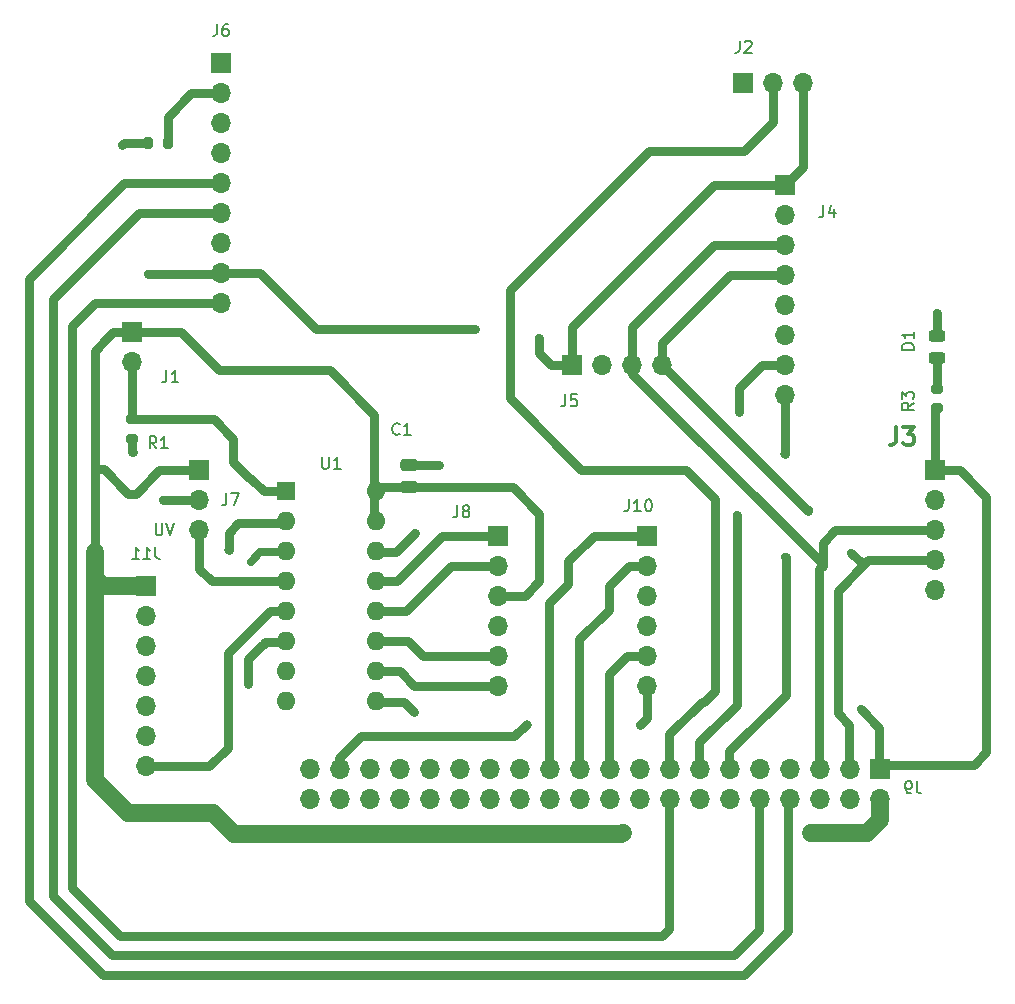
<source format=gbr>
%TF.GenerationSoftware,KiCad,Pcbnew,(6.0.7)*%
%TF.CreationDate,2023-02-22T21:26:53+03:00*%
%TF.ProjectId,Omarichet Sensor Shield 1.3,4f6d6172-6963-4686-9574-2053656e736f,rev?*%
%TF.SameCoordinates,Original*%
%TF.FileFunction,Copper,L1,Top*%
%TF.FilePolarity,Positive*%
%FSLAX46Y46*%
G04 Gerber Fmt 4.6, Leading zero omitted, Abs format (unit mm)*
G04 Created by KiCad (PCBNEW (6.0.7)) date 2023-02-22 21:26:53*
%MOMM*%
%LPD*%
G01*
G04 APERTURE LIST*
G04 Aperture macros list*
%AMRoundRect*
0 Rectangle with rounded corners*
0 $1 Rounding radius*
0 $2 $3 $4 $5 $6 $7 $8 $9 X,Y pos of 4 corners*
0 Add a 4 corners polygon primitive as box body*
4,1,4,$2,$3,$4,$5,$6,$7,$8,$9,$2,$3,0*
0 Add four circle primitives for the rounded corners*
1,1,$1+$1,$2,$3*
1,1,$1+$1,$4,$5*
1,1,$1+$1,$6,$7*
1,1,$1+$1,$8,$9*
0 Add four rect primitives between the rounded corners*
20,1,$1+$1,$2,$3,$4,$5,0*
20,1,$1+$1,$4,$5,$6,$7,0*
20,1,$1+$1,$6,$7,$8,$9,0*
20,1,$1+$1,$8,$9,$2,$3,0*%
G04 Aperture macros list end*
%ADD10C,0.300000*%
%TA.AperFunction,NonConductor*%
%ADD11C,0.300000*%
%TD*%
%ADD12C,0.150000*%
%TA.AperFunction,NonConductor*%
%ADD13C,0.150000*%
%TD*%
%TA.AperFunction,ComponentPad*%
%ADD14R,1.600000X1.600000*%
%TD*%
%TA.AperFunction,ComponentPad*%
%ADD15O,1.600000X1.600000*%
%TD*%
%TA.AperFunction,SMDPad,CuDef*%
%ADD16RoundRect,0.243750X-0.456250X0.243750X-0.456250X-0.243750X0.456250X-0.243750X0.456250X0.243750X0*%
%TD*%
%TA.AperFunction,SMDPad,CuDef*%
%ADD17RoundRect,0.200000X0.200000X0.275000X-0.200000X0.275000X-0.200000X-0.275000X0.200000X-0.275000X0*%
%TD*%
%TA.AperFunction,ComponentPad*%
%ADD18R,1.700000X1.700000*%
%TD*%
%TA.AperFunction,ComponentPad*%
%ADD19O,1.700000X1.700000*%
%TD*%
%TA.AperFunction,SMDPad,CuDef*%
%ADD20RoundRect,0.250000X0.475000X-0.250000X0.475000X0.250000X-0.475000X0.250000X-0.475000X-0.250000X0*%
%TD*%
%TA.AperFunction,SMDPad,CuDef*%
%ADD21RoundRect,0.200000X-0.275000X0.200000X-0.275000X-0.200000X0.275000X-0.200000X0.275000X0.200000X0*%
%TD*%
%TA.AperFunction,SMDPad,CuDef*%
%ADD22RoundRect,0.200000X0.275000X-0.200000X0.275000X0.200000X-0.275000X0.200000X-0.275000X-0.200000X0*%
%TD*%
%TA.AperFunction,ViaPad*%
%ADD23C,0.700000*%
%TD*%
%TA.AperFunction,ViaPad*%
%ADD24C,0.800000*%
%TD*%
%TA.AperFunction,Conductor*%
%ADD25C,0.800000*%
%TD*%
%TA.AperFunction,Conductor*%
%ADD26C,1.500000*%
%TD*%
%TA.AperFunction,Conductor*%
%ADD27C,0.700000*%
%TD*%
G04 APERTURE END LIST*
D10*
D11*
X161044000Y-101032571D02*
X161044000Y-102104000D01*
X160972571Y-102318285D01*
X160829714Y-102461142D01*
X160615428Y-102532571D01*
X160472571Y-102532571D01*
X161615428Y-101032571D02*
X162544000Y-101032571D01*
X162044000Y-101604000D01*
X162258285Y-101604000D01*
X162401142Y-101675428D01*
X162472571Y-101746857D01*
X162544000Y-101889714D01*
X162544000Y-102246857D01*
X162472571Y-102389714D01*
X162401142Y-102461142D01*
X162258285Y-102532571D01*
X161829714Y-102532571D01*
X161686857Y-102461142D01*
X161615428Y-102389714D01*
D12*
D13*
X98315714Y-109180380D02*
X98315714Y-109989904D01*
X98363333Y-110085142D01*
X98410952Y-110132761D01*
X98506190Y-110180380D01*
X98696666Y-110180380D01*
X98791904Y-110132761D01*
X98839523Y-110085142D01*
X98887142Y-109989904D01*
X98887142Y-109180380D01*
X99220476Y-109180380D02*
X99553809Y-110180380D01*
X99887142Y-109180380D01*
D12*
%TO.C,U1*%
D13*
X112404095Y-103563380D02*
X112404095Y-104372904D01*
X112451714Y-104468142D01*
X112499333Y-104515761D01*
X112594571Y-104563380D01*
X112785047Y-104563380D01*
X112880285Y-104515761D01*
X112927904Y-104468142D01*
X112975523Y-104372904D01*
X112975523Y-103563380D01*
X113975523Y-104563380D02*
X113404095Y-104563380D01*
X113689809Y-104563380D02*
X113689809Y-103563380D01*
X113594571Y-103706238D01*
X113499333Y-103801476D01*
X113404095Y-103849095D01*
D12*
%TO.C,D1*%
D13*
X162504380Y-94464095D02*
X161504380Y-94464095D01*
X161504380Y-94226000D01*
X161552000Y-94083142D01*
X161647238Y-93987904D01*
X161742476Y-93940285D01*
X161932952Y-93892666D01*
X162075809Y-93892666D01*
X162266285Y-93940285D01*
X162361523Y-93987904D01*
X162456761Y-94083142D01*
X162504380Y-94226000D01*
X162504380Y-94464095D01*
X162504380Y-92940285D02*
X162504380Y-93511714D01*
X162504380Y-93226000D02*
X161504380Y-93226000D01*
X161647238Y-93321238D01*
X161742476Y-93416476D01*
X161790095Y-93511714D01*
D12*
%TO.C,J7*%
D13*
X104314666Y-106640380D02*
X104314666Y-107354666D01*
X104267047Y-107497523D01*
X104171809Y-107592761D01*
X104028952Y-107640380D01*
X103933714Y-107640380D01*
X104695619Y-106640380D02*
X105362285Y-106640380D01*
X104933714Y-107640380D01*
D12*
%TO.C,C1*%
D13*
X118973333Y-101587142D02*
X118925714Y-101634761D01*
X118782857Y-101682380D01*
X118687619Y-101682380D01*
X118544761Y-101634761D01*
X118449523Y-101539523D01*
X118401904Y-101444285D01*
X118354285Y-101253809D01*
X118354285Y-101110952D01*
X118401904Y-100920476D01*
X118449523Y-100825238D01*
X118544761Y-100730000D01*
X118687619Y-100682380D01*
X118782857Y-100682380D01*
X118925714Y-100730000D01*
X118973333Y-100777619D01*
X119925714Y-101682380D02*
X119354285Y-101682380D01*
X119640000Y-101682380D02*
X119640000Y-100682380D01*
X119544761Y-100825238D01*
X119449523Y-100920476D01*
X119354285Y-100968095D01*
D12*
%TO.C,J1*%
D13*
X99234666Y-96226380D02*
X99234666Y-96940666D01*
X99187047Y-97083523D01*
X99091809Y-97178761D01*
X98948952Y-97226380D01*
X98853714Y-97226380D01*
X100234666Y-97226380D02*
X99663238Y-97226380D01*
X99948952Y-97226380D02*
X99948952Y-96226380D01*
X99853714Y-96369238D01*
X99758476Y-96464476D01*
X99663238Y-96512095D01*
D12*
%TO.C,J5*%
D13*
X133016666Y-98258380D02*
X133016666Y-98972666D01*
X132969047Y-99115523D01*
X132873809Y-99210761D01*
X132730952Y-99258380D01*
X132635714Y-99258380D01*
X133969047Y-98258380D02*
X133492857Y-98258380D01*
X133445238Y-98734571D01*
X133492857Y-98686952D01*
X133588095Y-98639333D01*
X133826190Y-98639333D01*
X133921428Y-98686952D01*
X133969047Y-98734571D01*
X134016666Y-98829809D01*
X134016666Y-99067904D01*
X133969047Y-99163142D01*
X133921428Y-99210761D01*
X133826190Y-99258380D01*
X133588095Y-99258380D01*
X133492857Y-99210761D01*
X133445238Y-99163142D01*
D12*
%TO.C,J4*%
D13*
X154860666Y-82256380D02*
X154860666Y-82970666D01*
X154813047Y-83113523D01*
X154717809Y-83208761D01*
X154574952Y-83256380D01*
X154479714Y-83256380D01*
X155765428Y-82589714D02*
X155765428Y-83256380D01*
X155527333Y-82208761D02*
X155289238Y-82923047D01*
X155908285Y-82923047D01*
D12*
%TO.C,J2*%
D13*
X147771666Y-68307380D02*
X147771666Y-69021666D01*
X147724047Y-69164523D01*
X147628809Y-69259761D01*
X147485952Y-69307380D01*
X147390714Y-69307380D01*
X148200238Y-68402619D02*
X148247857Y-68355000D01*
X148343095Y-68307380D01*
X148581190Y-68307380D01*
X148676428Y-68355000D01*
X148724047Y-68402619D01*
X148771666Y-68497857D01*
X148771666Y-68593095D01*
X148724047Y-68735952D01*
X148152619Y-69307380D01*
X148771666Y-69307380D01*
D12*
%TO.C,J10*%
D13*
X138382476Y-107148380D02*
X138382476Y-107862666D01*
X138334857Y-108005523D01*
X138239619Y-108100761D01*
X138096761Y-108148380D01*
X138001523Y-108148380D01*
X139382476Y-108148380D02*
X138811047Y-108148380D01*
X139096761Y-108148380D02*
X139096761Y-107148380D01*
X139001523Y-107291238D01*
X138906285Y-107386476D01*
X138811047Y-107434095D01*
X140001523Y-107148380D02*
X140096761Y-107148380D01*
X140192000Y-107196000D01*
X140239619Y-107243619D01*
X140287238Y-107338857D01*
X140334857Y-107529333D01*
X140334857Y-107767428D01*
X140287238Y-107957904D01*
X140239619Y-108053142D01*
X140192000Y-108100761D01*
X140096761Y-108148380D01*
X140001523Y-108148380D01*
X139906285Y-108100761D01*
X139858666Y-108053142D01*
X139811047Y-107957904D01*
X139763428Y-107767428D01*
X139763428Y-107529333D01*
X139811047Y-107338857D01*
X139858666Y-107243619D01*
X139906285Y-107196000D01*
X140001523Y-107148380D01*
D12*
%TO.C,J8*%
D13*
X123872666Y-107656380D02*
X123872666Y-108370666D01*
X123825047Y-108513523D01*
X123729809Y-108608761D01*
X123586952Y-108656380D01*
X123491714Y-108656380D01*
X124491714Y-108084952D02*
X124396476Y-108037333D01*
X124348857Y-107989714D01*
X124301238Y-107894476D01*
X124301238Y-107846857D01*
X124348857Y-107751619D01*
X124396476Y-107704000D01*
X124491714Y-107656380D01*
X124682190Y-107656380D01*
X124777428Y-107704000D01*
X124825047Y-107751619D01*
X124872666Y-107846857D01*
X124872666Y-107894476D01*
X124825047Y-107989714D01*
X124777428Y-108037333D01*
X124682190Y-108084952D01*
X124491714Y-108084952D01*
X124396476Y-108132571D01*
X124348857Y-108180190D01*
X124301238Y-108275428D01*
X124301238Y-108465904D01*
X124348857Y-108561142D01*
X124396476Y-108608761D01*
X124491714Y-108656380D01*
X124682190Y-108656380D01*
X124777428Y-108608761D01*
X124825047Y-108561142D01*
X124872666Y-108465904D01*
X124872666Y-108275428D01*
X124825047Y-108180190D01*
X124777428Y-108132571D01*
X124682190Y-108084952D01*
D12*
%TO.C,R1*%
D13*
X98385333Y-102814380D02*
X98052000Y-102338190D01*
X97813904Y-102814380D02*
X97813904Y-101814380D01*
X98194857Y-101814380D01*
X98290095Y-101862000D01*
X98337714Y-101909619D01*
X98385333Y-102004857D01*
X98385333Y-102147714D01*
X98337714Y-102242952D01*
X98290095Y-102290571D01*
X98194857Y-102338190D01*
X97813904Y-102338190D01*
X99337714Y-102814380D02*
X98766285Y-102814380D01*
X99052000Y-102814380D02*
X99052000Y-101814380D01*
X98956761Y-101957238D01*
X98861523Y-102052476D01*
X98766285Y-102100095D01*
D12*
%TO.C,R3*%
D13*
X162504380Y-98972666D02*
X162028190Y-99306000D01*
X162504380Y-99544095D02*
X161504380Y-99544095D01*
X161504380Y-99163142D01*
X161552000Y-99067904D01*
X161599619Y-99020285D01*
X161694857Y-98972666D01*
X161837714Y-98972666D01*
X161932952Y-99020285D01*
X161980571Y-99067904D01*
X162028190Y-99163142D01*
X162028190Y-99544095D01*
X161504380Y-98639333D02*
X161504380Y-98020285D01*
X161885333Y-98353619D01*
X161885333Y-98210761D01*
X161932952Y-98115523D01*
X161980571Y-98067904D01*
X162075809Y-98020285D01*
X162313904Y-98020285D01*
X162409142Y-98067904D01*
X162456761Y-98115523D01*
X162504380Y-98210761D01*
X162504380Y-98496476D01*
X162456761Y-98591714D01*
X162409142Y-98639333D01*
D12*
%TO.C,J6*%
D13*
X103521666Y-66912380D02*
X103521666Y-67626666D01*
X103474047Y-67769523D01*
X103378809Y-67864761D01*
X103235952Y-67912380D01*
X103140714Y-67912380D01*
X104426428Y-66912380D02*
X104235952Y-66912380D01*
X104140714Y-66960000D01*
X104093095Y-67007619D01*
X103997857Y-67150476D01*
X103950238Y-67340952D01*
X103950238Y-67721904D01*
X103997857Y-67817142D01*
X104045476Y-67864761D01*
X104140714Y-67912380D01*
X104331190Y-67912380D01*
X104426428Y-67864761D01*
X104474047Y-67817142D01*
X104521666Y-67721904D01*
X104521666Y-67483809D01*
X104474047Y-67388571D01*
X104426428Y-67340952D01*
X104331190Y-67293333D01*
X104140714Y-67293333D01*
X104045476Y-67340952D01*
X103997857Y-67388571D01*
X103950238Y-67483809D01*
D12*
%TO.C,J11*%
D13*
X98284523Y-111192380D02*
X98284523Y-111906666D01*
X98332142Y-112049523D01*
X98427380Y-112144761D01*
X98570238Y-112192380D01*
X98665476Y-112192380D01*
X97284523Y-112192380D02*
X97855952Y-112192380D01*
X97570238Y-112192380D02*
X97570238Y-111192380D01*
X97665476Y-111335238D01*
X97760714Y-111430476D01*
X97855952Y-111478095D01*
X96332142Y-112192380D02*
X96903571Y-112192380D01*
X96617857Y-112192380D02*
X96617857Y-111192380D01*
X96713095Y-111335238D01*
X96808333Y-111430476D01*
X96903571Y-111478095D01*
D12*
%TO.C,J9*%
D13*
X162773333Y-131024380D02*
X162773333Y-131738666D01*
X162820952Y-131881523D01*
X162916190Y-131976761D01*
X163059047Y-132024380D01*
X163154285Y-132024380D01*
X162249523Y-132024380D02*
X162059047Y-132024380D01*
X161963809Y-131976761D01*
X161916190Y-131929142D01*
X161820952Y-131786285D01*
X161773333Y-131595809D01*
X161773333Y-131214857D01*
X161820952Y-131119619D01*
X161868571Y-131072000D01*
X161963809Y-131024380D01*
X162154285Y-131024380D01*
X162249523Y-131072000D01*
X162297142Y-131119619D01*
X162344761Y-131214857D01*
X162344761Y-131452952D01*
X162297142Y-131548190D01*
X162249523Y-131595809D01*
X162154285Y-131643428D01*
X161963809Y-131643428D01*
X161868571Y-131595809D01*
X161820952Y-131548190D01*
X161773333Y-131452952D01*
%TD*%
D14*
%TO.P,U1,1,CH0*%
%TO.N,CH0*%
X109356000Y-106441000D03*
D15*
%TO.P,U1,2,CH1*%
%TO.N,CH1*%
X109356000Y-108981000D03*
%TO.P,U1,3,CH2*%
%TO.N,CH2*%
X109356000Y-111521000D03*
%TO.P,U1,4,CH3*%
%TO.N,CH3*%
X109356000Y-114061000D03*
%TO.P,U1,5,CH4*%
%TO.N,CH4*%
X109356000Y-116601000D03*
%TO.P,U1,6,CH5*%
%TO.N,CH5*%
X109356000Y-119141000D03*
%TO.P,U1,7,CH6*%
%TO.N,unconnected-(U1-Pad7)*%
X109356000Y-121681000D03*
%TO.P,U1,8,CH7*%
%TO.N,unconnected-(U1-Pad8)*%
X109356000Y-124221000D03*
%TO.P,U1,9,DGND*%
%TO.N,GND*%
X116976000Y-124221000D03*
%TO.P,U1,10,~{CS}/SHDN*%
%TO.N,CS*%
X116976000Y-121681000D03*
%TO.P,U1,11,Din*%
%TO.N,MOSI*%
X116976000Y-119141000D03*
%TO.P,U1,12,Dout*%
%TO.N,MISO*%
X116976000Y-116601000D03*
%TO.P,U1,13,CLK*%
%TO.N,CLK*%
X116976000Y-114061000D03*
%TO.P,U1,14,AGND*%
%TO.N,GND*%
X116976000Y-111521000D03*
%TO.P,U1,15,Vref*%
%TO.N,+5V*%
X116976000Y-108981000D03*
%TO.P,U1,16,Vdd*%
X116976000Y-106441000D03*
%TD*%
D16*
%TO.P,D1,1,K*%
%TO.N,GND*%
X164470000Y-93320000D03*
%TO.P,D1,2,A*%
%TO.N,Net-(D1-Pad2)*%
X164470000Y-95195000D03*
%TD*%
D17*
%TO.P,R2,1*%
%TO.N,/EN*%
X99355000Y-76930000D03*
%TO.P,R2,2*%
%TO.N,+3.3V*%
X97705000Y-76930000D03*
%TD*%
D18*
%TO.P,J7,1,Pin_1*%
%TO.N,+5V*%
X102015000Y-104690000D03*
D19*
%TO.P,J7,2,Pin_2*%
%TO.N,GND*%
X102015000Y-107230000D03*
%TO.P,J7,3,Pin_3*%
%TO.N,CH3*%
X102015000Y-109770000D03*
%TD*%
D20*
%TO.P,C1,1*%
%TO.N,+5V*%
X119750000Y-106120000D03*
%TO.P,C1,2*%
%TO.N,GND*%
X119750000Y-104220000D03*
%TD*%
D18*
%TO.P,J1,1,Pin_1*%
%TO.N,+5V*%
X96360000Y-92970000D03*
D19*
%TO.P,J1,2,Pin_2*%
%TO.N,CH0*%
X96360000Y-95510000D03*
%TD*%
D18*
%TO.P,J5,1,Pin_1*%
%TO.N,+3.3V*%
X133610000Y-95795000D03*
D19*
%TO.P,J5,2,Pin_2*%
%TO.N,GND*%
X136150000Y-95795000D03*
%TO.P,J5,3,Pin_3*%
%TO.N,SCL*%
X138690000Y-95795000D03*
%TO.P,J5,4,Pin_4*%
%TO.N,SDA*%
X141230000Y-95795000D03*
%TD*%
D18*
%TO.P,J4,1,Pin_1*%
%TO.N,+3.3V*%
X151625000Y-80565000D03*
D19*
%TO.P,J4,2,Pin_2*%
%TO.N,GND*%
X151625000Y-83105000D03*
%TO.P,J4,3,Pin_3*%
%TO.N,SCL*%
X151625000Y-85645000D03*
%TO.P,J4,4,Pin_4*%
%TO.N,SDA*%
X151625000Y-88185000D03*
%TO.P,J4,5,Pin_5*%
%TO.N,unconnected-(J4-Pad5)*%
X151625000Y-90725000D03*
%TO.P,J4,6,Pin_6*%
%TO.N,unconnected-(J4-Pad6)*%
X151625000Y-93265000D03*
%TO.P,J4,7,Pin_7*%
%TO.N,ADO*%
X151625000Y-95805000D03*
%TO.P,J4,8,Pin_8*%
%TO.N,INT*%
X151625000Y-98345000D03*
%TD*%
D18*
%TO.P,J2,1,Pin_1*%
%TO.N,GND*%
X148080000Y-71850000D03*
D19*
%TO.P,J2,2,Pin_2*%
%TO.N,DHTOUT*%
X150620000Y-71850000D03*
%TO.P,J2,3,Pin_3*%
%TO.N,+3.3V*%
X153160000Y-71850000D03*
%TD*%
D18*
%TO.P,J10,1,Pin_1*%
%TO.N,TXI_CLK*%
X139925000Y-110205000D03*
D19*
%TO.P,J10,2,Pin_2*%
%TO.N,RXO_MISO*%
X139925000Y-112745000D03*
%TO.P,J10,3,Pin_3*%
%TO.N,+3.3V*%
X139925000Y-115285000D03*
%TO.P,J10,4,Pin_4*%
%TO.N,GND*%
X139925000Y-117825000D03*
%TO.P,J10,5,Pin_5*%
%TO.N,RXO1_MOSI*%
X139925000Y-120365000D03*
%TO.P,J10,6,Pin_6*%
%TO.N,TXI1_CS*%
X139925000Y-122905000D03*
%TD*%
D18*
%TO.P,J3,1,Pin_1*%
%TO.N,+3.3V*%
X164275000Y-104680000D03*
D19*
%TO.P,J3,2,Pin_2*%
%TO.N,GND*%
X164275000Y-107220000D03*
%TO.P,J3,3,Pin_3*%
%TO.N,SCL*%
X164275000Y-109760000D03*
%TO.P,J3,4,Pin_4*%
%TO.N,SDA*%
X164275000Y-112300000D03*
%TO.P,J3,5,Pin_5*%
%TO.N,unconnected-(J3-Pad5)*%
X164275000Y-114840000D03*
%TD*%
D18*
%TO.P,J8,1,Pin_1*%
%TO.N,CLK*%
X127340000Y-110210000D03*
D19*
%TO.P,J8,2,Pin_2*%
%TO.N,MISO*%
X127340000Y-112750000D03*
%TO.P,J8,3,Pin_3*%
%TO.N,+5V*%
X127340000Y-115290000D03*
%TO.P,J8,4,Pin_4*%
%TO.N,GND*%
X127340000Y-117830000D03*
%TO.P,J8,5,Pin_5*%
%TO.N,MOSI*%
X127340000Y-120370000D03*
%TO.P,J8,6,Pin_6*%
%TO.N,CS*%
X127340000Y-122910000D03*
%TD*%
D21*
%TO.P,R1,1*%
%TO.N,CH0*%
X96350000Y-100350000D03*
%TO.P,R1,2*%
%TO.N,GND*%
X96350000Y-102000000D03*
%TD*%
D22*
%TO.P,R3,1*%
%TO.N,+3.3V*%
X164460000Y-99425000D03*
%TO.P,R3,2*%
%TO.N,Net-(D1-Pad2)*%
X164460000Y-97775000D03*
%TD*%
D18*
%TO.P,J6,1,Pin_1*%
%TO.N,unconnected-(J6-Pad1)*%
X103855000Y-70230000D03*
D19*
%TO.P,J6,2,Pin_2*%
%TO.N,/EN*%
X103855000Y-72770000D03*
%TO.P,J6,3,Pin_3*%
%TO.N,unconnected-(J6-Pad3)*%
X103855000Y-75310000D03*
%TO.P,J6,4,Pin_4*%
%TO.N,unconnected-(J6-Pad4)*%
X103855000Y-77850000D03*
%TO.P,J6,5,Pin_5*%
%TO.N,TX*%
X103855000Y-80390000D03*
%TO.P,J6,6,Pin_6*%
%TO.N,RX*%
X103855000Y-82930000D03*
%TO.P,J6,7,Pin_7*%
%TO.N,GND*%
X103855000Y-85470000D03*
%TO.P,J6,8,Pin_8*%
%TO.N,+3.3V*%
X103855000Y-88010000D03*
%TO.P,J6,9,Pin_9*%
%TO.N,PPS*%
X103855000Y-90550000D03*
%TD*%
D18*
%TO.P,J11,1,Pin_1*%
%TO.N,+5V*%
X97475000Y-114510000D03*
D19*
%TO.P,J11,2,Pin_2*%
%TO.N,GND*%
X97475000Y-117050000D03*
%TO.P,J11,3,Pin_3*%
%TO.N,unconnected-(J11-Pad3)*%
X97475000Y-119590000D03*
%TO.P,J11,4,Pin_4*%
%TO.N,CH1*%
X97475000Y-122130000D03*
%TO.P,J11,5,Pin_5*%
%TO.N,CH2*%
X97475000Y-124670000D03*
%TO.P,J11,6,Pin_6*%
%TO.N,CH5*%
X97475000Y-127210000D03*
%TO.P,J11,7,Pin_7*%
%TO.N,CH4*%
X97475000Y-129750000D03*
%TD*%
D18*
%TO.P,J9,1,Pin_1*%
%TO.N,+3.3V*%
X159670000Y-129990000D03*
D19*
%TO.P,J9,2,Pin_2*%
%TO.N,+5V*%
X159670000Y-132530000D03*
%TO.P,J9,3,Pin_3*%
%TO.N,SDA*%
X157130000Y-129990000D03*
%TO.P,J9,4,Pin_4*%
%TO.N,unconnected-(J9-Pad4)*%
X157130000Y-132530000D03*
%TO.P,J9,5,Pin_5*%
%TO.N,SCL*%
X154590000Y-129990000D03*
%TO.P,J9,6,Pin_6*%
%TO.N,GND*%
X154590000Y-132530000D03*
%TO.P,J9,7,Pin_7*%
%TO.N,unconnected-(J9-Pad7)*%
X152050000Y-129990000D03*
%TO.P,J9,8,Pin_8*%
%TO.N,TX*%
X152050000Y-132530000D03*
%TO.P,J9,9,Pin_9*%
%TO.N,GND*%
X149510000Y-129990000D03*
%TO.P,J9,10,Pin_10*%
%TO.N,RX*%
X149510000Y-132530000D03*
%TO.P,J9,11,Pin_11*%
%TO.N,INT*%
X146970000Y-129990000D03*
%TO.P,J9,12,Pin_12*%
%TO.N,unconnected-(J9-Pad12)*%
X146970000Y-132530000D03*
%TO.P,J9,13,Pin_13*%
%TO.N,ADO*%
X144430000Y-129990000D03*
%TO.P,J9,14,Pin_14*%
%TO.N,unconnected-(J9-Pad14)*%
X144430000Y-132530000D03*
%TO.P,J9,15,Pin_15*%
%TO.N,DHTOUT*%
X141890000Y-129990000D03*
%TO.P,J9,16,Pin_16*%
%TO.N,PPS*%
X141890000Y-132530000D03*
%TO.P,J9,17,Pin_17*%
%TO.N,unconnected-(J9-Pad17)*%
X139350000Y-129990000D03*
%TO.P,J9,18,Pin_18*%
%TO.N,unconnected-(J9-Pad18)*%
X139350000Y-132530000D03*
%TO.P,J9,19,Pin_19*%
%TO.N,RXO1_MOSI*%
X136810000Y-129990000D03*
%TO.P,J9,20,Pin_20*%
%TO.N,unconnected-(J9-Pad20)*%
X136810000Y-132530000D03*
%TO.P,J9,21,Pin_21*%
%TO.N,RXO_MISO*%
X134270000Y-129990000D03*
%TO.P,J9,22,Pin_22*%
%TO.N,unconnected-(J9-Pad22)*%
X134270000Y-132530000D03*
%TO.P,J9,23,Pin_23*%
%TO.N,TXI_CLK*%
X131730000Y-129990000D03*
%TO.P,J9,24,Pin_24*%
%TO.N,unconnected-(J9-Pad24)*%
X131730000Y-132530000D03*
%TO.P,J9,25,Pin_25*%
%TO.N,unconnected-(J9-Pad25)*%
X129190000Y-129990000D03*
%TO.P,J9,26,Pin_26*%
%TO.N,unconnected-(J9-Pad26)*%
X129190000Y-132530000D03*
%TO.P,J9,27,Pin_27*%
%TO.N,unconnected-(J9-Pad27)*%
X126650000Y-129990000D03*
%TO.P,J9,28,Pin_28*%
%TO.N,unconnected-(J9-Pad28)*%
X126650000Y-132530000D03*
%TO.P,J9,29,Pin_29*%
%TO.N,OE*%
X124110000Y-129990000D03*
%TO.P,J9,30,Pin_30*%
%TO.N,unconnected-(J9-Pad30)*%
X124110000Y-132530000D03*
%TO.P,J9,31,Pin_31*%
%TO.N,unconnected-(J9-Pad31)*%
X121570000Y-129990000D03*
%TO.P,J9,32,Pin_32*%
%TO.N,unconnected-(J9-Pad32)*%
X121570000Y-132530000D03*
%TO.P,J9,33,Pin_33*%
%TO.N,unconnected-(J9-Pad33)*%
X119030000Y-129990000D03*
%TO.P,J9,34,Pin_34*%
%TO.N,unconnected-(J9-Pad34)*%
X119030000Y-132530000D03*
%TO.P,J9,35,Pin_35*%
%TO.N,unconnected-(J9-Pad35)*%
X116490000Y-129990000D03*
%TO.P,J9,36,Pin_36*%
%TO.N,unconnected-(J9-Pad36)*%
X116490000Y-132530000D03*
%TO.P,J9,37,Pin_37*%
%TO.N,TXI1_CS*%
X113950000Y-129990000D03*
%TO.P,J9,38,Pin_38*%
%TO.N,unconnected-(J9-Pad38)*%
X113950000Y-132530000D03*
%TO.P,J9,39,Pin_39*%
%TO.N,GND*%
X111410000Y-129990000D03*
%TO.P,J9,40,Pin_40*%
%TO.N,unconnected-(J9-Pad40)*%
X111410000Y-132530000D03*
%TD*%
D23*
%TO.N,+5V*%
X153419500Y-135410000D03*
X137880000Y-135380000D03*
%TO.N,GND*%
X98950000Y-107215000D03*
X120170000Y-125110000D03*
X164490000Y-91370000D03*
X120300000Y-109960000D03*
X96370000Y-103110000D03*
X122290000Y-104210000D03*
%TO.N,+3.3V*%
X97690000Y-88100000D03*
X158000000Y-124890000D03*
X95470000Y-77110000D03*
X130750000Y-93520000D03*
X125390000Y-92750000D03*
%TO.N,SDA*%
X157220000Y-111690000D03*
X153600000Y-108080000D03*
%TO.N,ADO*%
X147720000Y-99760000D03*
X147530000Y-108500000D03*
D24*
%TO.N,INT*%
X151630000Y-103260000D03*
D23*
X151640000Y-112050000D03*
D24*
%TO.N,TXI1_CS*%
X129720000Y-126220000D03*
D23*
X139330000Y-126220000D03*
D24*
%TO.N,CH1*%
X104510000Y-111410000D03*
D23*
%TO.N,CH2*%
X106370000Y-112445500D03*
%TO.N,CH5*%
X106130000Y-122750000D03*
%TD*%
D25*
%TO.N,MOSI*%
X119659000Y-119141000D02*
X116976000Y-119141000D01*
X119675000Y-119125000D02*
X119659000Y-119141000D01*
%TO.N,+5V*%
X130800000Y-108350000D02*
X130800000Y-114050000D01*
D26*
X159670000Y-132530000D02*
X159670000Y-134280000D01*
X103170000Y-133690000D02*
X104980000Y-135500000D01*
X137760000Y-135500000D02*
X137880000Y-135380000D01*
X96010000Y-133690000D02*
X103170000Y-133690000D01*
D25*
X93150000Y-110690000D02*
X93150000Y-109980000D01*
X93150000Y-110690000D02*
X93150000Y-110570000D01*
D26*
X93210000Y-113890000D02*
X93210000Y-111570000D01*
X93210000Y-130890000D02*
X96010000Y-133690000D01*
D25*
X93150000Y-111090000D02*
X93150000Y-111570000D01*
X96360000Y-92970000D02*
X100450000Y-92970000D01*
D26*
X159670000Y-134280000D02*
X158550000Y-135400000D01*
D25*
X96630000Y-106650000D02*
X98590000Y-104690000D01*
X98590000Y-104690000D02*
X102015000Y-104690000D01*
X130800000Y-114050000D02*
X129560000Y-115290000D01*
X113050000Y-96220000D02*
X116800000Y-99970000D01*
X95960000Y-106650000D02*
X96630000Y-106650000D01*
X93910000Y-104600000D02*
X95960000Y-106650000D01*
X94210000Y-93490000D02*
X94210000Y-93450000D01*
X93150000Y-109980000D02*
X93150000Y-104600000D01*
X116800000Y-99970000D02*
X116800000Y-106425000D01*
D26*
X93830000Y-114510000D02*
X93210000Y-113890000D01*
D25*
X129560000Y-115290000D02*
X127340000Y-115290000D01*
X100450000Y-92970000D02*
X103700000Y-96220000D01*
X103700000Y-96220000D02*
X113050000Y-96220000D01*
X119750000Y-106120000D02*
X117105000Y-106120000D01*
D26*
X104980000Y-135500000D02*
X137760000Y-135500000D01*
X158550000Y-135400000D02*
X153940000Y-135400000D01*
D25*
X94210000Y-93450000D02*
X94690000Y-92970000D01*
D26*
X153930000Y-135410000D02*
X153820000Y-135410000D01*
D25*
X116800000Y-106425000D02*
X116800000Y-108965000D01*
X93150000Y-104600000D02*
X93910000Y-104600000D01*
D26*
X153940000Y-135400000D02*
X153930000Y-135410000D01*
X97475000Y-114510000D02*
X93830000Y-114510000D01*
D25*
X93150000Y-111090000D02*
X93150000Y-110690000D01*
X117105000Y-106120000D02*
X116800000Y-106425000D01*
X119750000Y-106120000D02*
X128570000Y-106120000D01*
X93150000Y-104600000D02*
X93150000Y-94550000D01*
X128570000Y-106120000D02*
X130800000Y-108350000D01*
X94690000Y-92970000D02*
X96360000Y-92970000D01*
X93150000Y-94550000D02*
X94210000Y-93490000D01*
D26*
X93210000Y-113890000D02*
X93210000Y-130890000D01*
D25*
%TO.N,GND*%
X98965000Y-107230000D02*
X98950000Y-107215000D01*
X102015000Y-107230000D02*
X98965000Y-107230000D01*
X117190000Y-111620000D02*
X118640000Y-111620000D01*
X164470000Y-93320000D02*
X164470000Y-91390000D01*
X118640000Y-111620000D02*
X120300000Y-109960000D01*
X122280000Y-104220000D02*
X119750000Y-104220000D01*
X122290000Y-104210000D02*
X122280000Y-104220000D01*
X96350000Y-103090000D02*
X96370000Y-103110000D01*
X117190000Y-124320000D02*
X119380000Y-124320000D01*
X119380000Y-124320000D02*
X120170000Y-125110000D01*
X164470000Y-91390000D02*
X164490000Y-91370000D01*
X96350000Y-102000000D02*
X96350000Y-103090000D01*
%TO.N,CH0*%
X107455000Y-106425000D02*
X109180000Y-106425000D01*
X106320000Y-105290000D02*
X107455000Y-106425000D01*
X104890000Y-102020000D02*
X104890000Y-103960000D01*
X104890000Y-103960000D02*
X106220000Y-105290000D01*
X96350000Y-100350000D02*
X103220000Y-100350000D01*
X96300000Y-95570000D02*
X96300000Y-100330000D01*
X103220000Y-100350000D02*
X104890000Y-102020000D01*
X106220000Y-105290000D02*
X106320000Y-105290000D01*
X96360000Y-95510000D02*
X96300000Y-95570000D01*
%TO.N,DHTOUT*%
X148160000Y-77610000D02*
X150620000Y-75150000D01*
X145650000Y-123400000D02*
X145650000Y-107090000D01*
X128290000Y-89440000D02*
X140120000Y-77610000D01*
X141810000Y-129590000D02*
X141810000Y-127030000D01*
X140120000Y-77610000D02*
X148160000Y-77610000D01*
X134340000Y-104630000D02*
X128290000Y-98580000D01*
X144750000Y-124300000D02*
X145650000Y-123400000D01*
X144540000Y-124300000D02*
X144750000Y-124300000D01*
X150620000Y-75150000D02*
X150620000Y-71850000D01*
X141810000Y-127030000D02*
X144540000Y-124300000D01*
X145650000Y-107090000D02*
X143190000Y-104630000D01*
X128290000Y-98580000D02*
X128290000Y-89440000D01*
X143190000Y-104630000D02*
X134340000Y-104630000D01*
%TO.N,+3.3V*%
X164275000Y-104680000D02*
X164275000Y-99610000D01*
X168660000Y-106950000D02*
X168660000Y-128570000D01*
X159590000Y-126480000D02*
X158000000Y-124890000D01*
X130750000Y-94780000D02*
X131765000Y-95795000D01*
X164275000Y-99610000D02*
X164460000Y-99425000D01*
X131765000Y-95795000D02*
X133610000Y-95795000D01*
X159590000Y-129590000D02*
X159590000Y-126480000D01*
X145575000Y-80565000D02*
X133610000Y-92530000D01*
X95650000Y-76930000D02*
X95470000Y-77110000D01*
X103765000Y-88100000D02*
X103855000Y-88010000D01*
X133610000Y-92530000D02*
X133610000Y-95795000D01*
X168660000Y-128570000D02*
X167580000Y-129650000D01*
X153160000Y-71850000D02*
X153160000Y-79030000D01*
X97705000Y-76930000D02*
X95650000Y-76930000D01*
X165210000Y-129590000D02*
X165270000Y-129650000D01*
X107150000Y-88010000D02*
X103855000Y-88010000D01*
X167580000Y-129650000D02*
X165270000Y-129650000D01*
X97690000Y-88100000D02*
X103765000Y-88100000D01*
X164275000Y-104680000D02*
X166390000Y-104680000D01*
X166390000Y-104680000D02*
X168660000Y-106950000D01*
X130750000Y-93520000D02*
X130750000Y-94780000D01*
X111890000Y-92750000D02*
X107150000Y-88010000D01*
X153160000Y-79030000D02*
X151625000Y-80565000D01*
X151625000Y-80565000D02*
X145575000Y-80565000D01*
X159590000Y-129590000D02*
X165210000Y-129590000D01*
X125390000Y-92750000D02*
X111890000Y-92750000D01*
%TO.N,SCL*%
X154790000Y-110820000D02*
X155870000Y-109740000D01*
X154510000Y-113070000D02*
X154510000Y-129590000D01*
X154790000Y-112790000D02*
X154510000Y-113070000D01*
X145615000Y-85645000D02*
X138690000Y-92570000D01*
X138690000Y-92570000D02*
X138690000Y-95795000D01*
X155890000Y-109760000D02*
X164275000Y-109760000D01*
X151625000Y-85645000D02*
X145615000Y-85645000D01*
X155870000Y-109740000D02*
X155890000Y-109760000D01*
X154790000Y-110820000D02*
X154790000Y-112790000D01*
X138690000Y-96497258D02*
X154675000Y-112482258D01*
X138690000Y-95795000D02*
X138690000Y-96497258D01*
%TO.N,SDA*%
X158670000Y-112300000D02*
X158400000Y-112570000D01*
X158400000Y-112570000D02*
X158100000Y-112570000D01*
X141230000Y-93900000D02*
X141230000Y-95795000D01*
X153525000Y-108090000D02*
X141230000Y-95795000D01*
X157050000Y-129590000D02*
X157050000Y-126202742D01*
X156110000Y-125262742D02*
X156110000Y-114860000D01*
X158400000Y-112570000D02*
X156110000Y-114860000D01*
X157050000Y-126202742D02*
X156110000Y-125262742D01*
X146945000Y-88185000D02*
X141230000Y-93900000D01*
X151625000Y-88185000D02*
X146945000Y-88185000D01*
X164275000Y-112300000D02*
X158670000Y-112300000D01*
X158100000Y-112570000D02*
X157220000Y-111690000D01*
%TO.N,ADO*%
X147530000Y-124510000D02*
X147530000Y-124150000D01*
X147530000Y-108500000D02*
X147530000Y-124150000D01*
X144350000Y-127690000D02*
X147530000Y-124510000D01*
X147720000Y-97720000D02*
X147720000Y-99760000D01*
X151625000Y-95805000D02*
X149635000Y-95805000D01*
X144350000Y-129590000D02*
X144350000Y-127690000D01*
X149635000Y-95805000D02*
X147720000Y-97720000D01*
%TO.N,INT*%
X151625000Y-103255000D02*
X151625000Y-98345000D01*
X151640000Y-112050000D02*
X151650000Y-112060000D01*
X151630000Y-103260000D02*
X151625000Y-103255000D01*
X151650000Y-123720000D02*
X146890000Y-128480000D01*
X151650000Y-112060000D02*
X151650000Y-123720000D01*
X146890000Y-128480000D02*
X146890000Y-129590000D01*
%TO.N,TX*%
X103855000Y-80390000D02*
X95660000Y-80390000D01*
X95660000Y-80390000D02*
X87590000Y-88460000D01*
X151870000Y-143710000D02*
X148140000Y-147440000D01*
X87590000Y-141180000D02*
X93850000Y-147440000D01*
X87590000Y-88460000D02*
X87590000Y-141180000D01*
X151870000Y-132230000D02*
X151870000Y-143710000D01*
X148140000Y-147440000D02*
X147740000Y-147440000D01*
X93850000Y-147440000D02*
X147740000Y-147440000D01*
%TO.N,RX*%
X103855000Y-82930000D02*
X96930000Y-82930000D01*
X149440000Y-132140000D02*
X149440000Y-143570000D01*
X96930000Y-82930000D02*
X89660000Y-90200000D01*
X147316371Y-145693629D02*
X94614441Y-145693629D01*
X89660000Y-90200000D02*
X89660000Y-90490000D01*
X89660000Y-140739188D02*
X89660000Y-90490000D01*
X149440000Y-143570000D02*
X147316371Y-145693629D01*
X94614441Y-145693629D02*
X89660000Y-140739188D01*
%TO.N,PPS*%
X141810000Y-132130000D02*
X141810000Y-143510000D01*
X103855000Y-90550000D02*
X93150000Y-90550000D01*
X91260000Y-140076446D02*
X95266777Y-144083223D01*
X91260000Y-140060000D02*
X91260000Y-140076446D01*
X95277183Y-144093629D02*
X141226371Y-144093629D01*
X93150000Y-90550000D02*
X91260000Y-92440000D01*
X91260000Y-92440000D02*
X91260000Y-140060000D01*
X95266777Y-144083223D02*
X95277183Y-144093629D01*
X141810000Y-143510000D02*
X141226371Y-144093629D01*
%TO.N,CH3*%
X105545000Y-114045000D02*
X109180000Y-114045000D01*
X102015000Y-113005000D02*
X102015000Y-109770000D01*
X103100000Y-114090000D02*
X102015000Y-113005000D01*
X105545000Y-114045000D02*
X105500000Y-114090000D01*
X105500000Y-114090000D02*
X103100000Y-114090000D01*
%TO.N,CLK*%
X122570000Y-110210000D02*
X127340000Y-110210000D01*
X116800000Y-114045000D02*
X118735000Y-114045000D01*
X118735000Y-114045000D02*
X122570000Y-110210000D01*
%TO.N,MISO*%
X123330000Y-112750000D02*
X127340000Y-112750000D01*
X119495000Y-116585000D02*
X123330000Y-112750000D01*
X116800000Y-116585000D02*
X119495000Y-116585000D01*
%TO.N,MOSI*%
X119675000Y-119125000D02*
X120920000Y-120370000D01*
X120920000Y-120370000D02*
X127340000Y-120370000D01*
%TO.N,CS*%
X118975000Y-121665000D02*
X120220000Y-122910000D01*
X116800000Y-121665000D02*
X118975000Y-121665000D01*
X120220000Y-122910000D02*
X127340000Y-122910000D01*
%TO.N,RXO1_MOSI*%
X139925000Y-120365000D02*
X138265000Y-120365000D01*
X136730000Y-121900000D02*
X136730000Y-129590000D01*
X138265000Y-120365000D02*
X136730000Y-121900000D01*
%TO.N,RXO_MISO*%
X138385000Y-112745000D02*
X136690000Y-114440000D01*
X136690000Y-116500000D02*
X134190000Y-119000000D01*
X136690000Y-114440000D02*
X136690000Y-116500000D01*
X139925000Y-112745000D02*
X138385000Y-112745000D01*
X134190000Y-119000000D02*
X134190000Y-129590000D01*
%TO.N,TXI_CLK*%
X131650000Y-115930000D02*
X131650000Y-129590000D01*
X139925000Y-110205000D02*
X135445000Y-110205000D01*
X133260000Y-114320000D02*
X131650000Y-115930000D01*
X133260000Y-112390000D02*
X133260000Y-114320000D01*
X135445000Y-110205000D02*
X133260000Y-112390000D01*
%TO.N,TXI1_CS*%
X139925000Y-125625000D02*
X139330000Y-126220000D01*
X115680000Y-127210000D02*
X128660000Y-127210000D01*
X139925000Y-122905000D02*
X139925000Y-125625000D01*
X128660000Y-127210000D02*
X129650000Y-126220000D01*
X113870000Y-129590000D02*
X113870000Y-129020000D01*
X113870000Y-129020000D02*
X115680000Y-127210000D01*
%TO.N,CH1*%
X104510000Y-111410000D02*
X104510000Y-109950000D01*
X105300000Y-109160000D02*
X108960000Y-109160000D01*
X104510000Y-109950000D02*
X105300000Y-109160000D01*
D27*
%TO.N,CH2*%
X109570000Y-111620000D02*
X107195500Y-111620000D01*
X107195500Y-111620000D02*
X106370000Y-112445500D01*
D25*
%TO.N,/EN*%
X101310000Y-72770000D02*
X99355000Y-74725000D01*
X103855000Y-72770000D02*
X101310000Y-72770000D01*
X99355000Y-74725000D02*
X99355000Y-76930000D01*
%TO.N,Net-(D1-Pad2)*%
X164460000Y-95205000D02*
X164470000Y-95195000D01*
X164460000Y-97775000D02*
X164460000Y-95205000D01*
%TO.N,CH4*%
X102830000Y-129750000D02*
X104420000Y-128160000D01*
X107975000Y-116585000D02*
X109180000Y-116585000D01*
X104420000Y-120140000D02*
X107975000Y-116585000D01*
X97475000Y-129750000D02*
X102830000Y-129750000D01*
X104420000Y-128160000D02*
X104420000Y-120140000D01*
%TO.N,CH5*%
X107590000Y-119240000D02*
X107370000Y-119460000D01*
X107362742Y-119460000D02*
X106130000Y-120692742D01*
X109570000Y-119240000D02*
X107590000Y-119240000D01*
X107370000Y-119460000D02*
X107362742Y-119460000D01*
X106130000Y-120692742D02*
X106130000Y-122750000D01*
%TD*%
M02*

</source>
